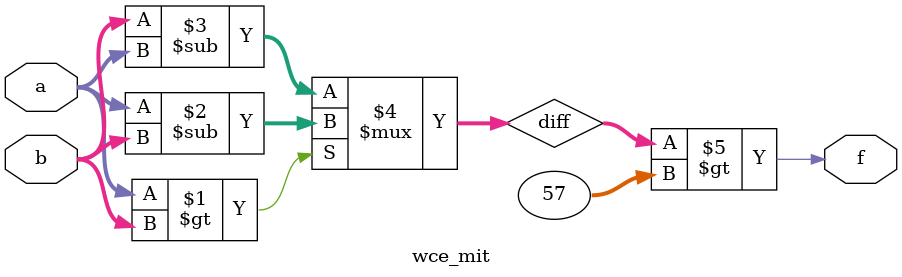
<source format=v>
module wce_mit(a, b, f);
parameter _bit = 9;
parameter wce = 57;
input [_bit - 1: 0] a;
input [_bit - 1: 0] b;
output f;
wire [_bit - 1: 0] diff;
assign diff = (a > b)? (a - b): (b - a);
assign f = (diff > wce);
endmodule

</source>
